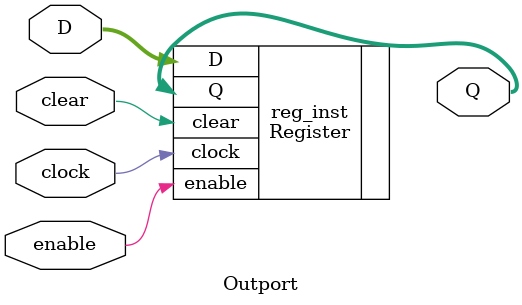
<source format=v>
module Outport(input[31:0] D, input clear, clock, enable,
					output [31:0] Q);
					
	/*always @ (posedge clock or posedge clear) begin
		if(clear == 1)
			Q <= 32'b0;
		else if(enable == 1)
			Q <= D;
	end*/
	
	Register reg_inst(.D(D), .clear(clear), .clock(clock), .enable(enable), .Q(Q));
endmodule

</source>
